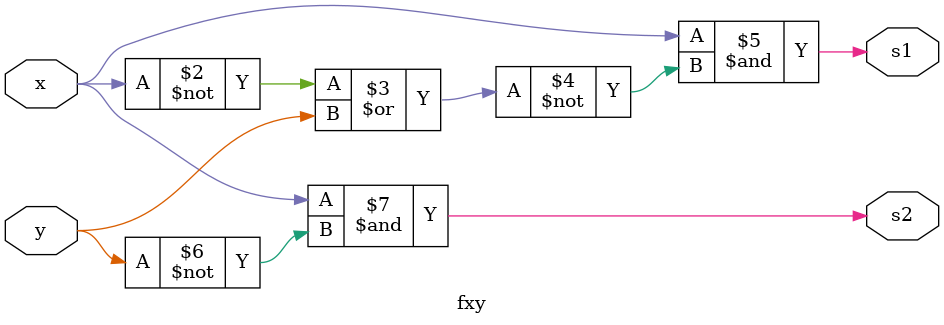
<source format=v>
/*
	Guia_0402a.v
	842536 - Mateus Henrique Medeiros Diniz
*/

module Guia_0402a;
	reg x, y;
	wire s1;
	wire s2;
	
	fxy f ( s1, s2, x, y);
	
	initial 
	begin: main
		integer i;

		$display("s1 = x . (x' + y)'");
		$display("s2 = xy'");
		$display("x y | s1 | s2");
		$monitor("%b %b | %b  | %b", x, y, s1, s2);
		
		x = 0;
		y = 0;
		
		for(i = 0; i < 3; i++) begin
			#1;
			y = ~y;
			if((i + 1) % 2 == 0) begin
				x = ~x;
			end
		end
	end
endmodule

module fxy (output s1, s2, input x, y);
	assign s1 = x & ~(~x | y);
	assign s2 = x & ~y;
endmodule
</source>
